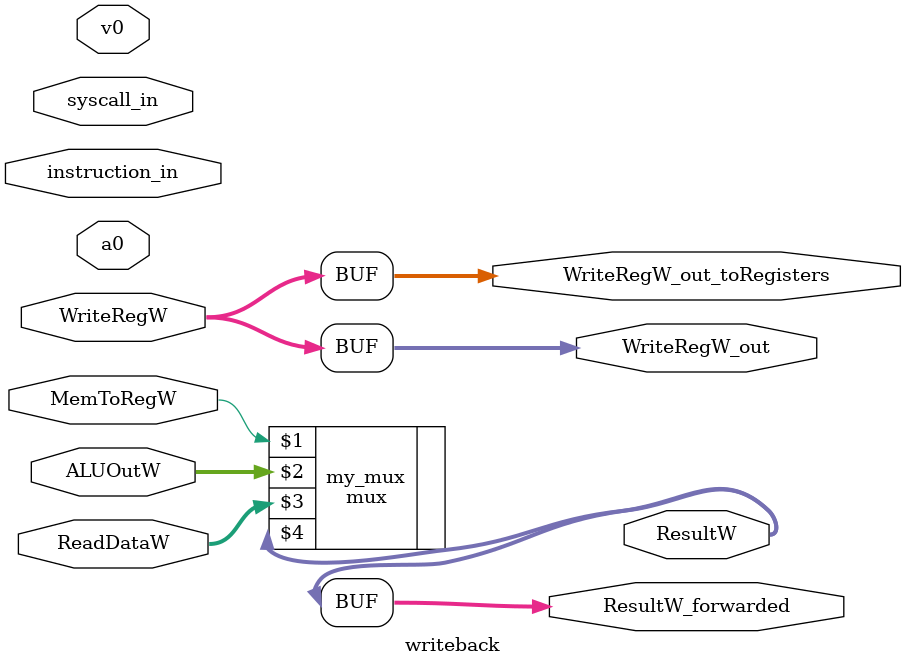
<source format=v>
/*
 This module wires together everything in the writeback stage.

 inputs:
   - MemToRegW: 1 bit decides whether ALUout or read data gets passed to ResultW
   - ReadDataW: data read from data_memory
   - ALUOutW: value output from the ALU
   - WriteRegW: register to be written to, passed to the hazard unit

 outputs:
   - WriteRegW_out: passing the reg into the hazard unit
   - ResultW: value to be passed and written into the register file

 modules included:
   mux.v
 */
module writeback(
   input wire MemToRegW,
   input wire [31:0] ReadDataW,
   input wire [31:0] ALUOutW,
   input wire [31:0] a0,
   input wire [31:0] v0,
   input wire [4:0] WriteRegW,
   input wire [31:0] instruction_in,
   input wire syscall_in,
   output wire [4:0] WriteRegW_out,
   output wire [31:0] ResultW,
   output reg [31:0] ResultW_forwarded,
   output reg [4:0] WriteRegW_out_toRegisters
   );

   system_call my_sys_call(syscall_in, instruction_in, v0, a0);
   mux my_mux(MemToRegW, ALUOutW, ReadDataW, ResultW);

   assign WriteRegW_out = WriteRegW;
   always @(*)
        begin
        WriteRegW_out_toRegisters <= WriteRegW;
        ResultW_forwarded <= ResultW;
        end
    initial begin
        ResultW_forwarded <= 32'b0;
        WriteRegW_out_toRegisters <= 32'b0;
    end
endmodule

</source>
